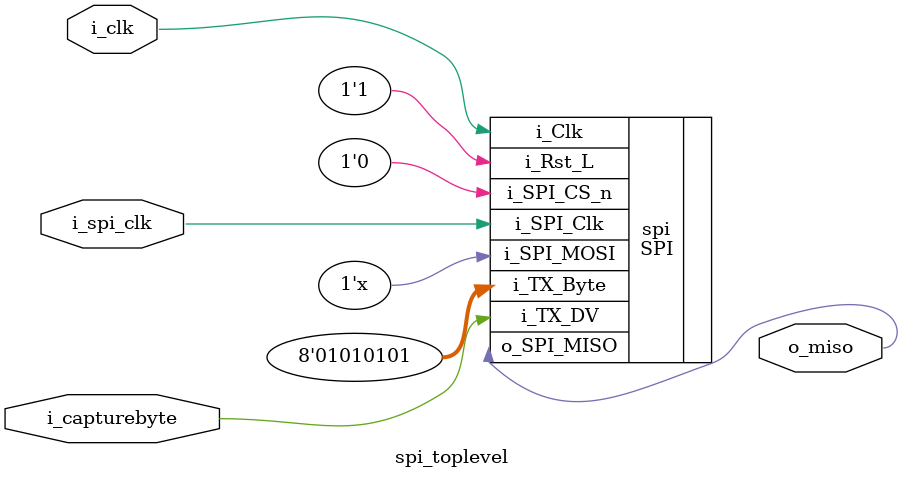
<source format=v>
/*
	Author(s): Steven Miller
	Date created: November 8 2024
	Purpose: SPI slave test
	Notes:
	Log:
		$ November 8 2024 Steven: Initial creation.
*/

module spi_toplevel
(
	input i_clk,
	input i_spi_clk,
	input i_capturebyte,
	output o_miso

);

SPI spi
  (
   // Control/Data Signals,
   .i_Rst_L(1'h1),    // FPGA Reset, active low
   .i_Clk(i_clk),      // FPGA Clock
   .i_TX_DV(i_capturebyte),    // Data Valid pulse to register i_TX_Byte
   .i_TX_Byte(8'b01010101),  // Byte to serialize to MISO.
   .i_SPI_Clk(i_spi_clk),
   .i_SPI_MOSI(1'hz),
   .i_SPI_CS_n(1'h0),        // active low
	//.o_RX_DV(),    // Data Valid pulse (1 clock cycle)
   //.o_RX_Byte(),  // Byte received on MOSI
	.o_SPI_MISO(o_miso),
   );
	
endmodule
</source>
